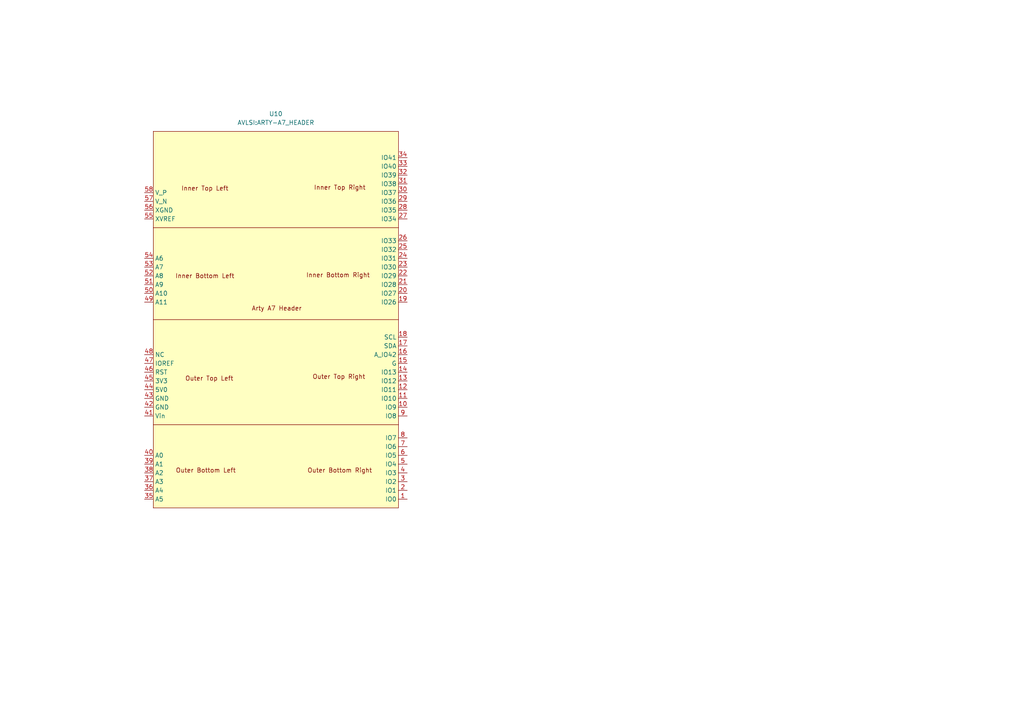
<source format=kicad_sch>
(kicad_sch (version 20231120) (generator "eeschema") (generator_version "8.0")
  (paper "A4")
  (lib_symbols
    (symbol "AVLSI:ARTY-A7_HEADER"
      (property "Reference" "U" (at 0 0 0))
      (property "Value" "AVLSI:ARTY-A7_HEADER" (at 0 0 0))
      (symbol "ARTY-A7_HEADER_1_1"
        (rectangle (start -35.56 54.61) (end 35.56 -54.61) (fill (type background)))
        (polyline (pts (xy 35.56 -30.48) (xy -35.56 -30.48)))
        (polyline (pts (xy 35.56 0) (xy -35.56 0)))
        (polyline (pts (xy 35.56 26.67) (xy -35.56 26.67)))
        (text "Arty A7 Header" (at 0.254 3.302 0) (effects (font (size 1.27 1.27))))
        (text "Inner Bottom Left" (at -20.574 12.7 0) (effects (font (size 1.27 1.27))))
        (text "Inner Bottom Right" (at 18.034 12.954 0) (effects (font (size 1.27 1.27))))
        (text "Inner Top Left" (at -20.574 38.1 0) (effects (font (size 1.27 1.27))))
        (text "Inner Top Right" (at 18.542 38.354 0) (effects (font (size 1.27 1.27))))
        (text "Outer Bottom Left" (at -20.32 -43.688 0) (effects (font (size 1.27 1.27))))
        (text "Outer Bottom Right" (at 18.542 -43.688 0) (effects (font (size 1.27 1.27))))
        (text "Outer Top Left" (at -19.304 -17.018 0) (effects (font (size 1.27 1.27))))
        (text "Outer Top Right" (at 18.288 -16.51 0) (effects (font (size 1.27 1.27))))
        (pin bidirectional line (at 38.1 -52.07 180) (length 2.54) (name "IO0") (number "1"))
        (pin bidirectional line (at 38.1 -25.4 180) (length 2.54) (name "IO9") (number "10"))
        (pin bidirectional line (at 38.1 -22.86 180) (length 2.54) (name "IO10") (number "11"))
        (pin bidirectional line (at 38.1 -20.32 180) (length 2.54) (name "IO11") (number "12"))
        (pin bidirectional line (at 38.1 -17.78 180) (length 2.54) (name "IO12") (number "13"))
        (pin bidirectional line (at 38.1 -15.24 180) (length 2.54) (name "IO13") (number "14"))
        (pin bidirectional line (at 38.1 -12.7 180) (length 2.54) (name "G") (number "15"))
        (pin bidirectional line (at 38.1 -10.16 180) (length 2.54) (name "A_IO42") (number "16"))
        (pin bidirectional line (at 38.1 -7.62 180) (length 2.54) (name "SDA") (number "17"))
        (pin bidirectional line (at 38.1 -5.08 180) (length 2.54) (name "SCL") (number "18"))
        (pin bidirectional line (at 38.1 5.08 180) (length 2.54) (name "IO26") (number "19"))
        (pin bidirectional line (at 38.1 -49.53 180) (length 2.54) (name "IO1") (number "2"))
        (pin bidirectional line (at 38.1 7.62 180) (length 2.54) (name "IO27") (number "20"))
        (pin bidirectional line (at 38.1 10.16 180) (length 2.54) (name "IO28") (number "21"))
        (pin bidirectional line (at 38.1 12.7 180) (length 2.54) (name "IO29") (number "22"))
        (pin bidirectional line (at 38.1 15.24 180) (length 2.54) (name "IO30") (number "23"))
        (pin bidirectional line (at 38.1 17.78 180) (length 2.54) (name "IO31") (number "24"))
        (pin bidirectional line (at 38.1 20.32 180) (length 2.54) (name "IO32") (number "25"))
        (pin bidirectional line (at 38.1 22.86 180) (length 2.54) (name "IO33") (number "26"))
        (pin bidirectional line (at 38.1 29.21 180) (length 2.54) (name "IO34") (number "27"))
        (pin bidirectional line (at 38.1 31.75 180) (length 2.54) (name "IO35") (number "28"))
        (pin bidirectional line (at 38.1 34.29 180) (length 2.54) (name "IO36") (number "29"))
        (pin bidirectional line (at 38.1 -46.99 180) (length 2.54) (name "IO2") (number "3"))
        (pin bidirectional line (at 38.1 36.83 180) (length 2.54) (name "IO37") (number "30"))
        (pin bidirectional line (at 38.1 39.37 180) (length 2.54) (name "IO38") (number "31"))
        (pin bidirectional line (at 38.1 41.91 180) (length 2.54) (name "IO39") (number "32"))
        (pin bidirectional line (at 38.1 44.45 180) (length 2.54) (name "IO40") (number "33"))
        (pin bidirectional line (at 38.1 46.99 180) (length 2.54) (name "IO41") (number "34"))
        (pin bidirectional line (at -38.1 -52.07 0) (length 2.54) (name "A5") (number "35"))
        (pin bidirectional line (at -38.1 -49.53 0) (length 2.54) (name "A4") (number "36"))
        (pin bidirectional line (at -38.1 -46.99 0) (length 2.54) (name "A3") (number "37"))
        (pin bidirectional line (at -38.1 -44.45 0) (length 2.54) (name "A2") (number "38"))
        (pin bidirectional line (at -38.1 -41.91 0) (length 2.54) (name "A1") (number "39"))
        (pin bidirectional line (at 38.1 -44.45 180) (length 2.54) (name "IO3") (number "4"))
        (pin bidirectional line (at -38.1 -39.37 0) (length 2.54) (name "A0") (number "40"))
        (pin bidirectional line (at -38.1 -27.94 0) (length 2.54) (name "Vin") (number "41"))
        (pin bidirectional line (at -38.1 -25.4 0) (length 2.54) (name "GND") (number "42"))
        (pin bidirectional line (at -38.1 -22.86 0) (length 2.54) (name "GND") (number "43"))
        (pin bidirectional line (at -38.1 -20.32 0) (length 2.54) (name "5V0") (number "44"))
        (pin bidirectional line (at -38.1 -17.78 0) (length 2.54) (name "3V3") (number "45"))
        (pin bidirectional line (at -38.1 -15.24 0) (length 2.54) (name "RST") (number "46"))
        (pin bidirectional line (at -38.1 -12.7 0) (length 2.54) (name "IOREF") (number "47"))
        (pin bidirectional line (at -38.1 -10.16 0) (length 2.54) (name "NC") (number "48"))
        (pin bidirectional line (at -38.1 5.08 0) (length 2.54) (name "A11") (number "49"))
        (pin bidirectional line (at 38.1 -41.91 180) (length 2.54) (name "IO4") (number "5"))
        (pin bidirectional line (at -38.1 7.62 0) (length 2.54) (name "A10") (number "50"))
        (pin bidirectional line (at -38.1 10.16 0) (length 2.54) (name "A9") (number "51"))
        (pin bidirectional line (at -38.1 12.7 0) (length 2.54) (name "A8") (number "52"))
        (pin bidirectional line (at -38.1 15.24 0) (length 2.54) (name "A7") (number "53"))
        (pin bidirectional line (at -38.1 17.78 0) (length 2.54) (name "A6") (number "54"))
        (pin bidirectional line (at -38.1 29.21 0) (length 2.54) (name "XVREF") (number "55"))
        (pin bidirectional line (at -38.1 31.75 0) (length 2.54) (name "XGND") (number "56"))
        (pin bidirectional line (at -38.1 34.29 0) (length 2.54) (name "V_N") (number "57"))
        (pin bidirectional line (at -38.1 36.83 0) (length 2.54) (name "V_P") (number "58"))
        (pin bidirectional line (at 38.1 -39.37 180) (length 2.54) (name "IO5") (number "6"))
        (pin bidirectional line (at 38.1 -36.83 180) (length 2.54) (name "IO6") (number "7"))
        (pin bidirectional line (at 38.1 -34.29 180) (length 2.54) (name "IO7") (number "8"))
        (pin bidirectional line (at 38.1 -27.94 180) (length 2.54) (name "IO8") (number "9"))
      )
    )
  )
  (symbol (lib_id "AVLSI:ARTY-A7_HEADER") (at 80.01 92.71 0) (unit 1)
    (property "Reference" "U10" (at 80.01 33.02 0))
    (property "Value" "AVLSI:ARTY-A7_HEADER" (at 80.01 35.56 0))
    (property "Footprint" "avlsi:ARTY-A7_Header" (effects (hide yes)))
  )
)
</source>
